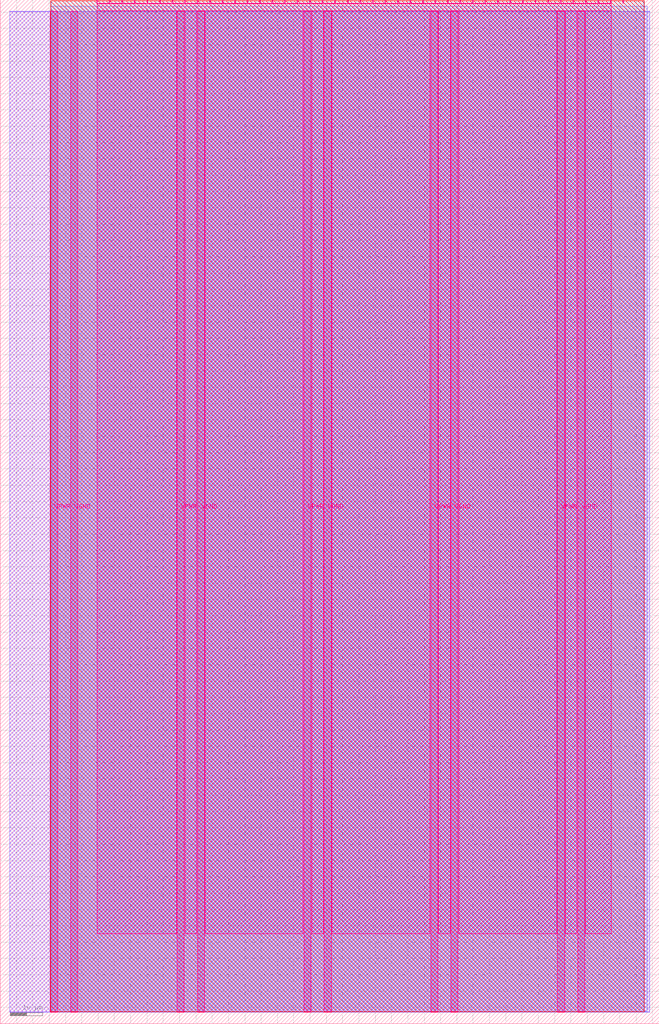
<source format=lef>
VERSION 5.7 ;
  NOWIREEXTENSIONATPIN ON ;
  DIVIDERCHAR "/" ;
  BUSBITCHARS "[]" ;
MACRO tt_um_dlmiles_poc_fskmodem_hdlctrx
  CLASS BLOCK ;
  FOREIGN tt_um_dlmiles_poc_fskmodem_hdlctrx ;
  ORIGIN 0.000 0.000 ;
  SIZE 202.080 BY 313.740 ;
  PIN VGND
    DIRECTION INOUT ;
    USE GROUND ;
    PORT
      LAYER Metal5 ;
        RECT 21.580 3.560 23.780 310.180 ;
    END
    PORT
      LAYER Metal5 ;
        RECT 60.450 3.560 62.650 310.180 ;
    END
    PORT
      LAYER Metal5 ;
        RECT 99.320 3.560 101.520 310.180 ;
    END
    PORT
      LAYER Metal5 ;
        RECT 138.190 3.560 140.390 310.180 ;
    END
    PORT
      LAYER Metal5 ;
        RECT 177.060 3.560 179.260 310.180 ;
    END
  END VGND
  PIN VPWR
    DIRECTION INOUT ;
    USE POWER ;
    PORT
      LAYER Metal5 ;
        RECT 15.380 3.560 17.580 310.180 ;
    END
    PORT
      LAYER Metal5 ;
        RECT 54.250 3.560 56.450 310.180 ;
    END
    PORT
      LAYER Metal5 ;
        RECT 93.120 3.560 95.320 310.180 ;
    END
    PORT
      LAYER Metal5 ;
        RECT 131.990 3.560 134.190 310.180 ;
    END
    PORT
      LAYER Metal5 ;
        RECT 170.860 3.560 173.060 310.180 ;
    END
  END VPWR
  PIN clk
    DIRECTION INPUT ;
    USE SIGNAL ;
    ANTENNAGATEAREA 1.430000 ;
    ANTENNADIFFAREA 4.030800 ;
    PORT
      LAYER Metal5 ;
        RECT 187.050 312.740 187.350 313.740 ;
    END
  END clk
  PIN ena
    DIRECTION INPUT ;
    USE SIGNAL ;
    PORT
      LAYER Metal5 ;
        RECT 190.890 312.740 191.190 313.740 ;
    END
  END ena
  PIN rst_n
    DIRECTION INPUT ;
    USE SIGNAL ;
    ANTENNAGATEAREA 0.213200 ;
    PORT
      LAYER Metal5 ;
        RECT 183.210 312.740 183.510 313.740 ;
    END
  END rst_n
  PIN ui_in[0]
    DIRECTION INPUT ;
    USE SIGNAL ;
    ANTENNAGATEAREA 0.213200 ;
    PORT
      LAYER Metal5 ;
        RECT 179.370 312.740 179.670 313.740 ;
    END
  END ui_in[0]
  PIN ui_in[1]
    DIRECTION INPUT ;
    USE SIGNAL ;
    ANTENNAGATEAREA 0.213200 ;
    PORT
      LAYER Metal5 ;
        RECT 175.530 312.740 175.830 313.740 ;
    END
  END ui_in[1]
  PIN ui_in[2]
    DIRECTION INPUT ;
    USE SIGNAL ;
    PORT
      LAYER Metal5 ;
        RECT 171.690 312.740 171.990 313.740 ;
    END
  END ui_in[2]
  PIN ui_in[3]
    DIRECTION INPUT ;
    USE SIGNAL ;
    ANTENNAGATEAREA 0.213200 ;
    PORT
      LAYER Metal5 ;
        RECT 167.850 312.740 168.150 313.740 ;
    END
  END ui_in[3]
  PIN ui_in[4]
    DIRECTION INPUT ;
    USE SIGNAL ;
    PORT
      LAYER Metal5 ;
        RECT 164.010 312.740 164.310 313.740 ;
    END
  END ui_in[4]
  PIN ui_in[5]
    DIRECTION INPUT ;
    USE SIGNAL ;
    ANTENNAGATEAREA 0.180700 ;
    PORT
      LAYER Metal5 ;
        RECT 160.170 312.740 160.470 313.740 ;
    END
  END ui_in[5]
  PIN ui_in[6]
    DIRECTION INPUT ;
    USE SIGNAL ;
    ANTENNAGATEAREA 0.180700 ;
    PORT
      LAYER Metal5 ;
        RECT 156.330 312.740 156.630 313.740 ;
    END
  END ui_in[6]
  PIN ui_in[7]
    DIRECTION INPUT ;
    USE SIGNAL ;
    ANTENNAGATEAREA 0.213200 ;
    PORT
      LAYER Metal5 ;
        RECT 152.490 312.740 152.790 313.740 ;
    END
  END ui_in[7]
  PIN uio_in[0]
    DIRECTION INPUT ;
    USE SIGNAL ;
    PORT
      LAYER Metal5 ;
        RECT 148.650 312.740 148.950 313.740 ;
    END
  END uio_in[0]
  PIN uio_in[1]
    DIRECTION INPUT ;
    USE SIGNAL ;
    ANTENNAGATEAREA 0.180700 ;
    PORT
      LAYER Metal5 ;
        RECT 144.810 312.740 145.110 313.740 ;
    END
  END uio_in[1]
  PIN uio_in[2]
    DIRECTION INPUT ;
    USE SIGNAL ;
    PORT
      LAYER Metal5 ;
        RECT 140.970 312.740 141.270 313.740 ;
    END
  END uio_in[2]
  PIN uio_in[3]
    DIRECTION INPUT ;
    USE SIGNAL ;
    PORT
      LAYER Metal5 ;
        RECT 137.130 312.740 137.430 313.740 ;
    END
  END uio_in[3]
  PIN uio_in[4]
    DIRECTION INPUT ;
    USE SIGNAL ;
    ANTENNAGATEAREA 0.180700 ;
    PORT
      LAYER Metal5 ;
        RECT 133.290 312.740 133.590 313.740 ;
    END
  END uio_in[4]
  PIN uio_in[5]
    DIRECTION INPUT ;
    USE SIGNAL ;
    PORT
      LAYER Metal5 ;
        RECT 129.450 312.740 129.750 313.740 ;
    END
  END uio_in[5]
  PIN uio_in[6]
    DIRECTION INPUT ;
    USE SIGNAL ;
    ANTENNAGATEAREA 0.180700 ;
    PORT
      LAYER Metal5 ;
        RECT 125.610 312.740 125.910 313.740 ;
    END
  END uio_in[6]
  PIN uio_in[7]
    DIRECTION INPUT ;
    USE SIGNAL ;
    ANTENNAGATEAREA 0.180700 ;
    PORT
      LAYER Metal5 ;
        RECT 121.770 312.740 122.070 313.740 ;
    END
  END uio_in[7]
  PIN uio_oe[0]
    DIRECTION OUTPUT ;
    USE SIGNAL ;
    ANTENNADIFFAREA 0.706800 ;
    PORT
      LAYER Metal5 ;
        RECT 56.490 312.740 56.790 313.740 ;
    END
  END uio_oe[0]
  PIN uio_oe[1]
    DIRECTION OUTPUT ;
    USE SIGNAL ;
    ANTENNADIFFAREA 0.654800 ;
    PORT
      LAYER Metal5 ;
        RECT 52.650 312.740 52.950 313.740 ;
    END
  END uio_oe[1]
  PIN uio_oe[2]
    DIRECTION OUTPUT ;
    USE SIGNAL ;
    ANTENNADIFFAREA 0.654800 ;
    PORT
      LAYER Metal5 ;
        RECT 48.810 312.740 49.110 313.740 ;
    END
  END uio_oe[2]
  PIN uio_oe[3]
    DIRECTION OUTPUT ;
    USE SIGNAL ;
    ANTENNADIFFAREA 0.706800 ;
    PORT
      LAYER Metal5 ;
        RECT 44.970 312.740 45.270 313.740 ;
    END
  END uio_oe[3]
  PIN uio_oe[4]
    DIRECTION OUTPUT ;
    USE SIGNAL ;
    ANTENNADIFFAREA 0.706800 ;
    PORT
      LAYER Metal5 ;
        RECT 41.130 312.740 41.430 313.740 ;
    END
  END uio_oe[4]
  PIN uio_oe[5]
    DIRECTION OUTPUT ;
    USE SIGNAL ;
    ANTENNADIFFAREA 0.706800 ;
    PORT
      LAYER Metal5 ;
        RECT 37.290 312.740 37.590 313.740 ;
    END
  END uio_oe[5]
  PIN uio_oe[6]
    DIRECTION OUTPUT ;
    USE SIGNAL ;
    ANTENNADIFFAREA 0.706800 ;
    PORT
      LAYER Metal5 ;
        RECT 33.450 312.740 33.750 313.740 ;
    END
  END uio_oe[6]
  PIN uio_oe[7]
    DIRECTION OUTPUT ;
    USE SIGNAL ;
    ANTENNADIFFAREA 0.706800 ;
    PORT
      LAYER Metal5 ;
        RECT 29.610 312.740 29.910 313.740 ;
    END
  END uio_oe[7]
  PIN uio_out[0]
    DIRECTION OUTPUT ;
    USE SIGNAL ;
    ANTENNADIFFAREA 0.706800 ;
    PORT
      LAYER Metal5 ;
        RECT 87.210 312.740 87.510 313.740 ;
    END
  END uio_out[0]
  PIN uio_out[1]
    DIRECTION OUTPUT ;
    USE SIGNAL ;
    ANTENNADIFFAREA 0.654800 ;
    PORT
      LAYER Metal5 ;
        RECT 83.370 312.740 83.670 313.740 ;
    END
  END uio_out[1]
  PIN uio_out[2]
    DIRECTION OUTPUT ;
    USE SIGNAL ;
    ANTENNADIFFAREA 0.632400 ;
    PORT
      LAYER Metal5 ;
        RECT 79.530 312.740 79.830 313.740 ;
    END
  END uio_out[2]
  PIN uio_out[3]
    DIRECTION OUTPUT ;
    USE SIGNAL ;
    ANTENNADIFFAREA 0.958400 ;
    PORT
      LAYER Metal5 ;
        RECT 75.690 312.740 75.990 313.740 ;
    END
  END uio_out[3]
  PIN uio_out[4]
    DIRECTION OUTPUT ;
    USE SIGNAL ;
    ANTENNADIFFAREA 0.958400 ;
    PORT
      LAYER Metal5 ;
        RECT 71.850 312.740 72.150 313.740 ;
    END
  END uio_out[4]
  PIN uio_out[5]
    DIRECTION OUTPUT ;
    USE SIGNAL ;
    ANTENNADIFFAREA 0.958400 ;
    PORT
      LAYER Metal5 ;
        RECT 68.010 312.740 68.310 313.740 ;
    END
  END uio_out[5]
  PIN uio_out[6]
    DIRECTION OUTPUT ;
    USE SIGNAL ;
    ANTENNADIFFAREA 1.135600 ;
    PORT
      LAYER Metal5 ;
        RECT 64.170 312.740 64.470 313.740 ;
    END
  END uio_out[6]
  PIN uio_out[7]
    DIRECTION OUTPUT ;
    USE SIGNAL ;
    ANTENNADIFFAREA 0.958400 ;
    PORT
      LAYER Metal5 ;
        RECT 60.330 312.740 60.630 313.740 ;
    END
  END uio_out[7]
  PIN uo_out[0]
    DIRECTION OUTPUT ;
    USE SIGNAL ;
    ANTENNADIFFAREA 0.654800 ;
    PORT
      LAYER Metal5 ;
        RECT 117.930 312.740 118.230 313.740 ;
    END
  END uo_out[0]
  PIN uo_out[1]
    DIRECTION OUTPUT ;
    USE SIGNAL ;
    ANTENNADIFFAREA 0.706800 ;
    PORT
      LAYER Metal5 ;
        RECT 114.090 312.740 114.390 313.740 ;
    END
  END uo_out[1]
  PIN uo_out[2]
    DIRECTION OUTPUT ;
    USE SIGNAL ;
    ANTENNADIFFAREA 0.654800 ;
    PORT
      LAYER Metal5 ;
        RECT 110.250 312.740 110.550 313.740 ;
    END
  END uo_out[2]
  PIN uo_out[3]
    DIRECTION OUTPUT ;
    USE SIGNAL ;
    ANTENNADIFFAREA 0.299200 ;
    PORT
      LAYER Metal5 ;
        RECT 106.410 312.740 106.710 313.740 ;
    END
  END uo_out[3]
  PIN uo_out[4]
    DIRECTION OUTPUT ;
    USE SIGNAL ;
    ANTENNADIFFAREA 0.299200 ;
    PORT
      LAYER Metal5 ;
        RECT 102.570 312.740 102.870 313.740 ;
    END
  END uo_out[4]
  PIN uo_out[5]
    DIRECTION OUTPUT ;
    USE SIGNAL ;
    ANTENNADIFFAREA 1.413600 ;
    PORT
      LAYER Metal5 ;
        RECT 98.730 312.740 99.030 313.740 ;
    END
  END uo_out[5]
  PIN uo_out[6]
    DIRECTION OUTPUT ;
    USE SIGNAL ;
    ANTENNADIFFAREA 0.299200 ;
    PORT
      LAYER Metal5 ;
        RECT 94.890 312.740 95.190 313.740 ;
    END
  END uo_out[6]
  PIN uo_out[7]
    DIRECTION OUTPUT ;
    USE SIGNAL ;
    ANTENNADIFFAREA 0.654800 ;
    PORT
      LAYER Metal5 ;
        RECT 91.050 312.740 91.350 313.740 ;
    END
  END uo_out[7]
  OBS
      LAYER GatPoly ;
        RECT 2.880 3.630 199.200 310.110 ;
      LAYER Metal1 ;
        RECT 2.880 3.560 199.200 310.180 ;
      LAYER Metal2 ;
        RECT 15.515 3.680 198.340 311.740 ;
      LAYER Metal3 ;
        RECT 15.560 3.635 197.380 313.465 ;
      LAYER Metal4 ;
        RECT 15.515 3.680 197.425 313.420 ;
      LAYER Metal5 ;
        RECT 30.120 312.530 33.240 312.740 ;
        RECT 33.960 312.530 37.080 312.740 ;
        RECT 37.800 312.530 40.920 312.740 ;
        RECT 41.640 312.530 44.760 312.740 ;
        RECT 45.480 312.530 48.600 312.740 ;
        RECT 49.320 312.530 52.440 312.740 ;
        RECT 53.160 312.530 56.280 312.740 ;
        RECT 57.000 312.530 60.120 312.740 ;
        RECT 60.840 312.530 63.960 312.740 ;
        RECT 64.680 312.530 67.800 312.740 ;
        RECT 68.520 312.530 71.640 312.740 ;
        RECT 72.360 312.530 75.480 312.740 ;
        RECT 76.200 312.530 79.320 312.740 ;
        RECT 80.040 312.530 83.160 312.740 ;
        RECT 83.880 312.530 87.000 312.740 ;
        RECT 87.720 312.530 90.840 312.740 ;
        RECT 91.560 312.530 94.680 312.740 ;
        RECT 95.400 312.530 98.520 312.740 ;
        RECT 99.240 312.530 102.360 312.740 ;
        RECT 103.080 312.530 106.200 312.740 ;
        RECT 106.920 312.530 110.040 312.740 ;
        RECT 110.760 312.530 113.880 312.740 ;
        RECT 114.600 312.530 117.720 312.740 ;
        RECT 118.440 312.530 121.560 312.740 ;
        RECT 122.280 312.530 125.400 312.740 ;
        RECT 126.120 312.530 129.240 312.740 ;
        RECT 129.960 312.530 133.080 312.740 ;
        RECT 133.800 312.530 136.920 312.740 ;
        RECT 137.640 312.530 140.760 312.740 ;
        RECT 141.480 312.530 144.600 312.740 ;
        RECT 145.320 312.530 148.440 312.740 ;
        RECT 149.160 312.530 152.280 312.740 ;
        RECT 153.000 312.530 156.120 312.740 ;
        RECT 156.840 312.530 159.960 312.740 ;
        RECT 160.680 312.530 163.800 312.740 ;
        RECT 164.520 312.530 167.640 312.740 ;
        RECT 168.360 312.530 171.480 312.740 ;
        RECT 172.200 312.530 175.320 312.740 ;
        RECT 176.040 312.530 179.160 312.740 ;
        RECT 179.880 312.530 183.000 312.740 ;
        RECT 183.720 312.530 186.840 312.740 ;
        RECT 29.660 310.390 187.300 312.530 ;
        RECT 29.660 27.575 54.040 310.390 ;
        RECT 56.660 27.575 60.240 310.390 ;
        RECT 62.860 27.575 92.910 310.390 ;
        RECT 95.530 27.575 99.110 310.390 ;
        RECT 101.730 27.575 131.780 310.390 ;
        RECT 134.400 27.575 137.980 310.390 ;
        RECT 140.600 27.575 170.650 310.390 ;
        RECT 173.270 27.575 176.850 310.390 ;
        RECT 179.470 27.575 187.300 310.390 ;
  END
END tt_um_dlmiles_poc_fskmodem_hdlctrx
END LIBRARY


</source>
